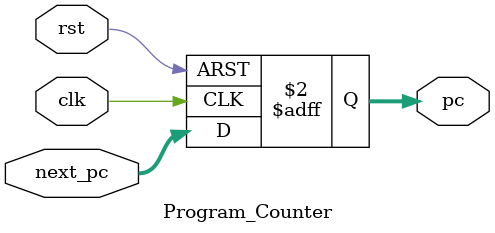
<source format=v>
module Program_Counter(clk,rst,next_pc,pc);
	input clk,rst;
	input [31:0] next_pc;
    output reg [31:0] pc;
    always@(posedge clk or posedge rst)begin
    	if(rst)
    		pc <=0;
    	else
    		pc<=next_pc;	
    end
endmodule
</source>
